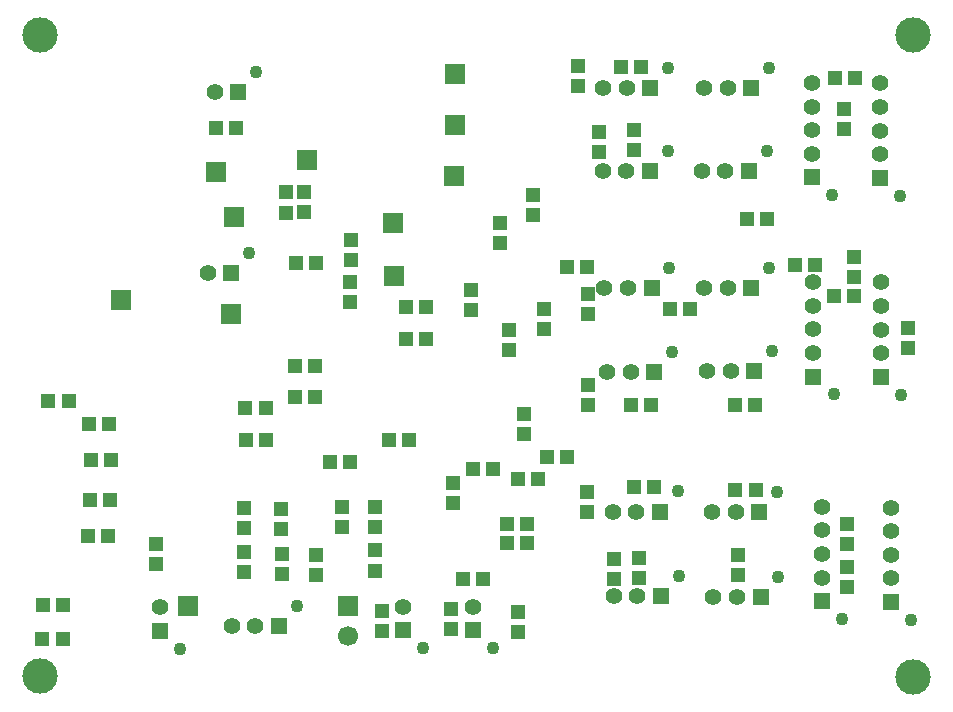
<source format=gbr>
G04 DipTrace 3.2.0.1*
G04 BottomMask.gbr*
%MOIN*%
G04 #@! TF.FileFunction,Soldermask,Bot*
G04 #@! TF.Part,Single*
%ADD52C,0.043307*%
%ADD53C,0.11811*%
%ADD78C,0.066929*%
%ADD86C,0.055118*%
%ADD88R,0.055118X0.055118*%
%ADD96R,0.047244X0.051181*%
%ADD102R,0.051181X0.047244*%
%ADD106R,0.066929X0.066929*%
%FSLAX26Y26*%
G04*
G70*
G90*
G75*
G01*
G04 BotMask*
%LPD*%
D106*
X1008115Y731367D3*
X783823Y1752261D3*
X1100434Y2179336D3*
D102*
X1481711Y1212307D3*
X1548640D3*
X1678609Y1286549D3*
X1745538D3*
X1364671Y1531304D3*
X1431600D3*
X1735097Y1728761D3*
X1802026D3*
X1735097Y1622243D3*
X1802026D3*
X1363650Y1428270D3*
X1430579D3*
X1199408Y1392566D3*
X1266337D3*
X1200428Y1285451D3*
X1267357D3*
D96*
X902408Y871236D3*
Y938165D3*
D102*
X1368714Y1875335D3*
X1435643D3*
X1169322Y2324080D3*
X1102392D3*
D96*
X1950455Y1784692D3*
Y1717762D3*
X2192904Y1655608D3*
Y1722537D3*
D102*
X2025319Y1188085D3*
X1958390D3*
X2204904Y1229647D3*
X2271833D3*
X2072482Y941652D3*
X2139411D3*
D96*
X2108142Y645954D3*
Y712883D3*
D106*
X1160371Y2028163D3*
X1403688Y2217677D3*
D96*
X1318864Y1056728D3*
Y989799D3*
X1520445Y1062979D3*
Y996050D3*
X1434311Y836804D3*
Y903734D3*
X1195337Y844232D3*
Y911161D3*
D106*
X1151594Y1706140D3*
X1694474Y1832770D3*
X1692765Y2009818D3*
D88*
X1175085Y2444066D3*
D86*
X1096345D3*
D52*
X1234140Y2510995D3*
D88*
X1152718Y1842328D3*
D86*
X1073978D3*
D52*
X1211773Y1909257D3*
D86*
X3086689Y2318575D3*
Y2397315D3*
Y2476055D3*
Y2239835D3*
D88*
Y2161094D3*
D52*
X3153618Y2102039D3*
D86*
X3092673Y1654686D3*
Y1733427D3*
Y1812167D3*
Y1575946D3*
D88*
Y1497206D3*
D52*
X3159602Y1438151D3*
D86*
X3315808Y2317100D3*
Y2395840D3*
Y2474580D3*
Y2238360D3*
D88*
Y2159619D3*
D52*
X3382738Y2100564D3*
D86*
X3318756Y1653234D3*
Y1731974D3*
Y1810714D3*
Y1574493D3*
D88*
Y1495753D3*
D52*
X3385685Y1436698D3*
D86*
X3351283Y903181D3*
Y981921D3*
Y1060661D3*
Y824441D3*
D88*
Y745701D3*
D52*
X3418213Y686646D3*
D88*
X914965Y648833D3*
D86*
Y727573D3*
D52*
X981894Y589778D3*
D88*
X1311479Y666635D3*
D86*
X1232739D3*
X1153999D3*
D52*
X1370534Y733564D3*
D88*
X2878224Y2182693D3*
D86*
X2799484D3*
X2720744D3*
D52*
X2937280Y2249622D3*
D88*
X2547600Y2182442D3*
D86*
X2468860D3*
X2390119D3*
D52*
X2606655Y2249371D3*
D88*
X2896133Y1514562D3*
D86*
X2817392D3*
X2738652D3*
D52*
X2955188Y1581491D3*
D88*
X2561644Y1512301D3*
D86*
X2482904D3*
X2404164D3*
D52*
X2620699Y1579230D3*
D88*
X2885528Y1792472D3*
D86*
X2806787D3*
X2728047D3*
D52*
X2944583Y1859402D3*
D88*
X2553490Y1793180D3*
D86*
X2474749D3*
X2396009D3*
D52*
X2612545Y1860109D3*
D88*
X2911668Y1046005D3*
D86*
X2832928D3*
X2754188D3*
D52*
X2970723Y1112934D3*
D88*
X2581563Y1047365D3*
D86*
X2502823D3*
X2424083D3*
D52*
X2640618Y1114294D3*
D88*
X2885694Y2458783D3*
D86*
X2806954D3*
X2728214D3*
D52*
X2944749Y2525713D3*
D88*
X2549130Y2459743D3*
D86*
X2470390D3*
X2391650D3*
D52*
X2608185Y2526672D3*
D88*
X2916747Y762333D3*
D86*
X2838007D3*
X2759266D3*
D52*
X2975802Y829262D3*
D88*
X2584504Y764298D3*
D86*
X2505764D3*
X2427024D3*
D52*
X2643559Y831227D3*
D88*
X1956440Y651056D3*
D86*
Y729797D3*
D52*
X2023369Y592001D3*
D88*
X1723593Y650887D3*
D86*
Y729627D3*
D52*
X1790522Y591832D3*
D86*
X3119765Y905984D3*
Y984724D3*
Y1063465D3*
Y827244D3*
D88*
Y748504D3*
D52*
X3186694Y689449D3*
D106*
X1541301Y731832D3*
D78*
Y631832D3*
D102*
X522672Y622235D3*
X589601D3*
X523520Y737077D3*
X590449D3*
X609757Y1414533D3*
X542828D3*
D96*
X1393259Y2044441D3*
Y2111370D3*
X1333182Y2043948D3*
Y2110877D3*
D102*
X2870146Y2021864D3*
X2937075D3*
D96*
X1550226Y1951808D3*
Y1884879D3*
X1549256Y1813715D3*
Y1746786D3*
X1631176Y917398D3*
Y850469D3*
X1630720Y1062341D3*
Y995412D3*
D102*
X675951Y964404D3*
X742881D3*
X681621Y1085608D3*
X748550D3*
X685056Y1219760D3*
X751986D3*
X677055Y1339445D3*
X743984D3*
D96*
X2494003Y2318781D3*
Y2251852D3*
D102*
X1925755Y823886D3*
X1992684D3*
D96*
X1320160Y905768D3*
Y838839D3*
X1194823Y1059881D3*
Y992951D3*
D102*
X3231594Y2493703D3*
X3164665D3*
D96*
X2376269Y2312417D3*
Y2245488D3*
X2048060Y2008055D3*
Y1941126D3*
D102*
X2518761Y2530014D3*
X2451832D3*
D96*
X2341017Y1772508D3*
Y1705579D3*
D102*
X2338499Y1861138D3*
X2271570D3*
X2830327Y1403717D3*
X2897256D3*
D96*
X2307567Y2532902D3*
Y2465972D3*
D102*
X2552098Y1402794D3*
X2485169D3*
D96*
X2127370Y1305974D3*
Y1372903D3*
D102*
X3096860Y1869642D3*
X3029930D3*
D96*
X3409098Y1591533D3*
Y1658462D3*
D102*
X2174988Y1155361D3*
X2108059D3*
D96*
X2079202Y1651832D3*
Y1584903D3*
D102*
X2682593Y1721591D3*
X2615664D3*
D96*
X2158983Y2103921D3*
Y2036992D3*
X3226538Y1829152D3*
Y1896081D3*
D102*
X2561858Y1130220D3*
X2494929D3*
D96*
X2841080Y903449D3*
Y836520D3*
X2338165Y1111259D3*
Y1044329D3*
D102*
X2072482Y1004152D3*
X2139411D3*
D96*
X1890206Y1075322D3*
Y1142251D3*
X2509600Y892423D3*
Y825493D3*
X1653672Y717096D3*
Y650167D3*
X2428744Y889857D3*
Y822928D3*
X3193125Y2390697D3*
Y2323768D3*
D102*
X2832877Y1118639D3*
X2899806D3*
D96*
X1885008Y722035D3*
Y655106D3*
X2341315Y1467652D3*
Y1400723D3*
D102*
X3226538Y1766652D3*
X3159609D3*
D96*
X3203866Y1005094D3*
Y938165D3*
X3205110Y862593D3*
Y795664D3*
D106*
X1897524Y2505306D3*
X1896979Y2335433D3*
X1896129Y2166382D3*
D53*
X515959Y2635841D3*
X516105Y497475D3*
X3423976Y2634815D3*
X3423942Y494605D3*
M02*

</source>
